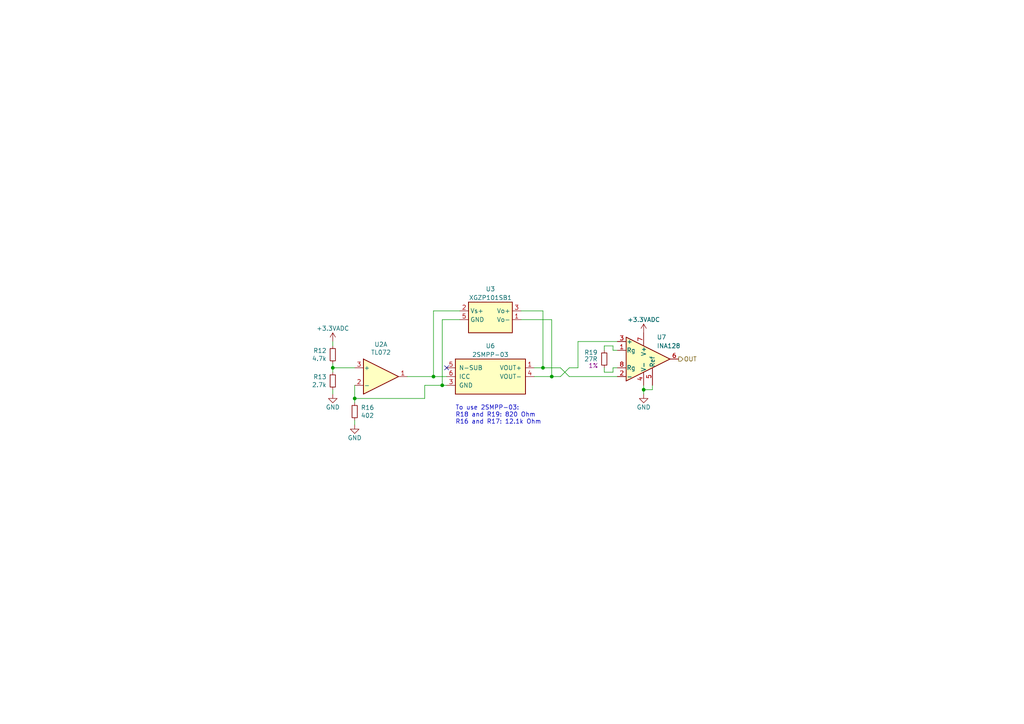
<source format=kicad_sch>
(kicad_sch (version 20211123) (generator eeschema)
  (paper "A4")
  (title_block (date "2022-03-29"))
  (lib_symbols
    (symbol "Amplifier_Instrumentation:INA128" (pin_names (offset 0.127))
      (property "Reference" "U" (at 3.81 3.175 0))
      (property "Value" "INA128" (at 3.81 -3.175 0))
      (symbol "INA128_0_1"
        (polyline (pts (xy 7.62 0) (xy -5.08 6.35) (xy -5.08 -6.35) (xy 7.62 0)) (stroke (width 0.254)) (fill (type background)))
      )
      (symbol "INA128_1_1"
        (pin passive line (at -7.62 2.54 0) (length 2.54) (name "Rg") (number "1"))
        (pin input line (at -7.62 -5.08 0) (length 2.54) (name "-") (number "2"))
        (pin input line (at -7.62 5.08 0) (length 2.54) (name "+") (number "3"))
        (pin power_in line (at 0 -7.62 90) (length 3.81) (name "V-") (number "4"))
        (pin input line (at 2.54 -7.62 90) (length 5.08) (name "Ref") (number "5"))
        (pin output line (at 10.16 0 180) (length 2.54) (name "~") (number "6"))
        (pin power_in line (at 0 7.62 270) (length 3.81) (name "V+") (number "7"))
        (pin passive line (at -7.62 -2.54 0) (length 2.54) (name "Rg") (number "8"))
      )
    )
    (symbol "Amplifier_Operational:TL072" (pin_names (offset 0.127))
      (property "Reference" "U" (at 0 5.08 0))
      (property "Value" "TL072" (at 0 -5.08 0))
      (symbol "TL072_1_1"
        (polyline (pts (xy -5.08 5.08) (xy 5.08 0) (xy -5.08 -5.08) (xy -5.08 5.08)) (stroke (width 0.254)) (fill (type background)))
        (pin output line (at 7.62 0 180) (length 2.54) (name "~") (number "1"))
        (pin input line (at -7.62 -2.54 0) (length 2.54) (name "-") (number "2"))
        (pin input line (at -7.62 2.54 0) (length 2.54) (name "+") (number "3"))
      )
      (symbol "TL072_2_1"
        (polyline (pts (xy -5.08 5.08) (xy 5.08 0) (xy -5.08 -5.08) (xy -5.08 5.08)) (stroke (width 0.254)) (fill (type background)))
        (pin input line (at -7.62 2.54 0) (length 2.54) (name "+") (number "5"))
        (pin input line (at -7.62 -2.54 0) (length 2.54) (name "-") (number "6"))
        (pin output line (at 7.62 0 180) (length 2.54) (name "~") (number "7"))
      )
      (symbol "TL072_3_1"
        (pin power_in line (at -2.54 -7.62 90) (length 3.81) (name "V-") (number "4"))
        (pin power_in line (at -2.54 7.62 270) (length 3.81) (name "V+") (number "8"))
      )
    )
    (symbol "Device:R_Small" (pin_numbers hide) (pin_names (offset 0.254) hide)
      (property "Reference" "R" (at 0.762 0.508 0))
      (property "Value" "R_Small" (at 0.762 -1.016 0))
      (symbol "R_Small_0_1"
        (rectangle (start -0.762 1.778) (end 0.762 -1.778) (stroke (width 0.2032)))
      )
      (symbol "R_Small_1_1"
        (pin passive line (at 0 2.54 270) (length 0.762) (name "~") (number "1"))
        (pin passive line (at 0 -2.54 90) (length 0.762) (name "~") (number "2"))
      )
    )
    (symbol "index:2SMPP-03" (pin_names (offset 1.016))
      (property "Reference" "U" (at -8.89 6.35 0))
      (property "Value" "2SMPP-03" (at 5.08 7.62 0))
      (symbol "2SMPP-03_0_1"
        (rectangle (start -10.16 5.08) (end 10.16 -5.08) (stroke (width 0.254)) (fill (type background)))
      )
      (symbol "2SMPP-03_1_1"
        (pin output line (at 12.7 2.54 180) (length 2.54) (name "VOUT+") (number "1"))
        (pin no_connect line (at -10.16 -2.54 0) (length 2.54) hide (name "NC") (number "2"))
        (pin passive line (at -12.7 -2.54 0) (length 2.54) (name "GND") (number "3"))
        (pin output line (at 12.7 0 180) (length 2.54) (name "VOUT-") (number "4"))
        (pin passive line (at -12.7 2.54 0) (length 2.54) (name "N-SUB") (number "5"))
        (pin passive line (at -12.7 0 0) (length 2.54) (name "ICC") (number "6"))
      )
    )
    (symbol "index:XGZP"
      (property "Reference" "U" (at 3.81 -8.89 0))
      (property "Value" "XGZP" (at 5.08 -6.35 0))
      (symbol "XGZP_0_1"
        (rectangle (start -6.35 5.08) (end 6.35 -3.81) (stroke (width 0.254)) (fill (type background)))
      )
      (symbol "XGZP_1_1"
        (pin passive line (at 8.89 0 180) (length 2.54) (name "Vo-") (number "1"))
        (pin input line (at -8.89 2.54 0) (length 2.54) (name "Vs+") (number "2"))
        (pin passive line (at 8.89 2.54 180) (length 2.54) (name "Vo+") (number "3"))
        (pin input line (at -8.89 0 0) (length 2.54) (name "GND") (number "5"))
        (pin passive line (at 8.89 0 180) (length 2.54) hide (name "Vo-") (number "6"))
      )
    )
    (symbol "power:+3.3VADC" (power) (pin_names (offset 0))
      (property "Value" "+3.3VADC" (at 0 2.54 0))
      (symbol "+3.3VADC_0_0"
        (pin power_in line (at 0 0 90) (length 0) hide (name "+3.3VADC") (number "1"))
      )
      (symbol "+3.3VADC_0_1"
        (polyline (pts (xy -0.762 1.27) (xy 0 2.54)))
        (polyline (pts (xy 0 0) (xy 0 2.54)))
        (polyline (pts (xy 0 2.54) (xy 0.762 1.27)))
      )
    )
    (symbol "power:GND" (power) (pin_names (offset 0))
      (property "Value" "GND" (at 0 -3.81 0))
      (symbol "GND_0_1"
        (polyline (pts (xy 0 0) (xy 0 -1.27) (xy 1.27 -1.27) (xy 0 -2.54) (xy -1.27 -1.27) (xy 0 -1.27)))
      )
      (symbol "GND_1_1"
        (pin power_in line (at 0 0 270) (length 0) hide (name "GND") (number "1"))
      )
    )
  )
  (junction (at 128.27 111.76))
  (junction (at 157.48 106.68))
  (junction (at 125.73 109.22))
  (junction (at 102.87 115.57))
  (junction (at 186.69 113.03))
  (junction (at 160.02 109.22))
  (junction (at 96.52 106.68))
  (no_connect (at 129.54 106.68))
  (wire (pts (xy 125.73 90.17) (xy 125.73 109.22)))
  (wire (pts (xy 128.27 92.71) (xy 133.35 92.71)))
  (wire (pts (xy 157.48 106.68) (xy 154.94 106.68)))
  (wire (pts (xy 177.8 106.68) (xy 179.07 106.68)))
  (wire (pts (xy 175.26 100.33) (xy 175.26 101.6)))
  (wire (pts (xy 118.11 109.22) (xy 125.73 109.22)))
  (wire (pts (xy 175.26 107.95) (xy 177.8 107.95)))
  (wire (pts (xy 179.07 101.6) (xy 177.8 101.6)))
  (wire (pts (xy 102.87 115.57) (xy 123.19 115.57)))
  (wire (pts (xy 167.64 106.68) (xy 167.64 99.06)))
  (wire (pts (xy 96.52 113.03) (xy 96.52 114.3)))
  (wire (pts (xy 128.27 111.76) (xy 129.54 111.76)))
  (wire (pts (xy 162.56 109.22) (xy 165.1 106.68)))
  (wire (pts (xy 165.1 106.68) (xy 167.64 106.68)))
  (wire (pts (xy 96.52 105.41) (xy 96.52 106.68)))
  (wire (pts (xy 102.87 121.92) (xy 102.87 123.19)))
  (wire (pts (xy 157.48 90.17) (xy 157.48 106.68)))
  (wire (pts (xy 177.8 101.6) (xy 177.8 100.33)))
  (wire (pts (xy 186.69 113.03) (xy 186.69 114.3)))
  (wire (pts (xy 177.8 107.95) (xy 177.8 106.68)))
  (wire (pts (xy 96.52 99.06) (xy 96.52 100.33)))
  (wire (pts (xy 128.27 92.71) (xy 128.27 111.76)))
  (wire (pts (xy 151.13 90.17) (xy 157.48 90.17)))
  (wire (pts (xy 125.73 90.17) (xy 133.35 90.17)))
  (wire (pts (xy 96.52 106.68) (xy 96.52 107.95)))
  (wire (pts (xy 160.02 92.71) (xy 151.13 92.71)))
  (wire (pts (xy 162.56 106.68) (xy 165.1 109.22)))
  (wire (pts (xy 165.1 109.22) (xy 179.07 109.22)))
  (wire (pts (xy 175.26 106.68) (xy 175.26 107.95)))
  (wire (pts (xy 189.23 113.03) (xy 186.69 113.03)))
  (wire (pts (xy 189.23 111.76) (xy 189.23 113.03)))
  (wire (pts (xy 160.02 109.22) (xy 160.02 92.71)))
  (wire (pts (xy 102.87 115.57) (xy 102.87 116.84)))
  (wire (pts (xy 154.94 109.22) (xy 160.02 109.22)))
  (wire (pts (xy 167.64 99.06) (xy 179.07 99.06)))
  (wire (pts (xy 96.52 106.68) (xy 102.87 106.68)))
  (wire (pts (xy 157.48 106.68) (xy 162.56 106.68)))
  (wire (pts (xy 175.26 100.33) (xy 177.8 100.33)))
  (wire (pts (xy 123.19 111.76) (xy 123.19 115.57)))
  (wire (pts (xy 186.69 111.76) (xy 186.69 113.03)))
  (wire (pts (xy 128.27 111.76) (xy 123.19 111.76)))
  (wire (pts (xy 102.87 111.76) (xy 102.87 115.57)))
  (wire (pts (xy 160.02 109.22) (xy 162.56 109.22)))
  (wire (pts (xy 125.73 109.22) (xy 129.54 109.22)))
  (text "To use 2SMPP-03:\nR18 and R19: 820 Ohm\nR16 and R17: 12.1k Ohm" (at 132.08 123.19 0) (effects (font (size 1.27 1.27)) (justify left bottom)))
  (hierarchical_label "OUT" (shape output) (at 196.85 104.14 0))
  (symbol (lib_id "power:GND") (at 96.52 114.3 0)
    (property "Reference" "#PWR0240" (effects hide))
    (property "Value" "GND" (at 96.52 118.11 0))
  )
  (symbol (lib_id "power:+3.3VADC") (at 96.52 99.06 0)
    (property "Reference" "#PWR0241" (effects hide))
    (property "Value" "+3.3VADC" (at 96.52 95.25 0))
  )
  (symbol (lib_id "Device:R_Small") (at 102.87 119.38 0)
    (property "Reference" "R16" (at 104.648 118.2116 0) (effects (justify left)))
    (property "Value" "402" (at 104.648 120.523 0) (effects (justify left)))
    (property "Footprint" "Resistor_SMD:R_0805_2012Metric" (effects hide))
    (property "LCSC" "C204479" (effects hide))
    (property "Notes" "1%" (effects hide))
    (property "2SMPP:Digikey" "TBD" (effects hide))
    (property "2SMPP:JLCPCB" "TBD" (effects hide))
    (property "2SMPP:LCSC" "TBD" (effects hide))
    (property "2SMPP:Mouser" "TBD" (effects hide))
    (property "2SMPP:Value" "12.1k" (effects hide))
  )
  (symbol (lib_id "index:2SMPP-03") (at 142.24 109.22 0)
    (property "Reference" "U6" (at 142.24 100.33 0))
    (property "Value" "2SMPP-03" (at 142.24 102.87 0))
    (property "Footprint" "index:2SMPP-03" (effects hide))
    (property "Datasheet" "https://omronfs.omron.com/en_US/ecb/products/pdf/en-2smpp-03.pdf" (effects hide))
    (property "Mouser" "653-2SMPP-03" (effects hide))
    (property "Config" "+2SMPP" (effects hide))
    (property "Digikey" "Z3639-ND" (effects hide))
  )
  (symbol (lib_id "Device:R_Small") (at 96.52 110.49 0) (mirror y)
    (property "Reference" "R13" (at 94.742 109.3216 0) (effects (justify left)))
    (property "Value" "2.7k" (at 94.742 111.633 0) (effects (justify left)))
    (property "Footprint" "Resistor_SMD:R_0805_2012Metric" (effects hide))
    (property "Digikey" "A129754CT-ND" (effects hide))
    (property "JLCPCB" "C17530" (effects hide))
    (property "LCSC" "C139909" (effects hide))
    (property "Mouser" "652-CR0805FX-2701ELF" (effects hide))
    (property "Notes" "1%" (effects hide))
  )
  (symbol (lib_id "Device:R_Small") (at 175.26 104.14 0) (mirror y)
    (property "Reference" "R19" (at 173.355 102.235 0) (effects (justify left)))
    (property "Value" "27R" (at 173.355 104.14 0) (effects (justify left)))
    (property "Footprint" "Resistor_SMD:R_0805_2012Metric" (effects hide))
    (property "Digikey" "A126357CT-ND" (effects hide))
    (property "JLCPCB" "C104170" (effects hide))
    (property "LCSC" "C104170" (effects hide))
    (property "Mouser" "603-RT0805FRE0727RL" (effects hide))
    (property "Notes" "1%" (at 172.085 106.045 0))
    (property "2SMPP:Value" "820" (effects hide))
    (property "2SMPP:LCSC" "TBD" (effects hide))
    (property "2SMPP:Mouser" "TBD" (effects hide))
    (property "2SMPP:Digikey" "TBD" (effects hide))
    (property "2SMPP:JLCPCB" "TBD" (effects hide))
  )
  (symbol (lib_id "index:XGZP") (at 142.24 92.71 0)
    (property "Reference" "U3" (at 142.24 83.82 0))
    (property "Value" "XGZP101SB1" (at 142.24 86.36 0))
    (property "Footprint" "index:SO-6_7x7mm_P2.54mm" (effects hide))
    (property "Datasheet" "http://m.eleparts.co.kr/data/goods_old/data/XGZP_SOP6.pdf" (effects hide))
    (property "Config" "-2SMPP" (effects hide))
  )
  (symbol (lib_id "power:GND") (at 102.87 123.19 0)
    (property "Reference" "#PWR0239" (effects hide))
    (property "Value" "GND" (at 102.87 127 0))
  )
  (symbol (lib_id "Amplifier_Operational:TL072") (at 110.49 109.22 0)
    (property "Reference" "U2" (at 110.49 99.8982 0))
    (property "Value" "TL072" (at 110.49 102.2096 0))
    (property "Footprint" "Package_SO:SOIC-8_3.9x4.9mm_P1.27mm" (effects hide))
    (property "Datasheet" "http://www.ti.com/lit/ds/symlink/tl071.pdf" (effects hide))
    (property "LCSC" "C6962" (effects hide))
    (property "Digikey" "296-7194-1-ND" (effects hide))
    (property "JLCPCB" "C6962" (effects hide))
    (property "Mouser" "595-TL072IDR" (effects hide))
  )
  (symbol (lib_id "Device:R_Small") (at 96.52 102.87 0) (mirror y)
    (property "Reference" "R12" (at 94.742 101.7016 0) (effects (justify left)))
    (property "Value" "4.7k" (at 94.742 104.013 0) (effects (justify left)))
    (property "Footprint" "Resistor_SMD:R_0805_2012Metric" (effects hide))
    (property "Digikey" "A129757CT-ND" (effects hide))
    (property "JLCPCB" "C17673" (effects hide))
    (property "LCSC" "C17673" (effects hide))
    (property "Mouser" "71-CRCW08054K70FKEAC" (effects hide))
    (property "Notes" "1%" (effects hide))
  )
  (symbol (lib_id "power:+3.3VADC") (at 186.69 96.52 0)
    (property "Reference" "#PWR0242" (effects hide))
    (property "Value" "+3.3VADC" (at 186.69 92.71 0))
  )
  (symbol (lib_id "power:GND") (at 186.69 114.3 0)
    (property "Reference" "#PWR0243" (effects hide))
    (property "Value" "GND" (at 186.69 118.11 0))
  )
  (symbol (lib_id "Amplifier_Instrumentation:INA128") (at 186.69 104.14 0)
    (property "Reference" "U7" (at 190.5 97.79 0) (effects (justify left)))
    (property "Value" "INA128" (at 190.5 100.33 0) (effects (justify left)))
    (property "Footprint" "Package_SO:SOIC-8_3.9x4.9mm_P1.27mm" (effects hide))
    (property "Datasheet" "http://www.ti.com/lit/ds/symlink/ina128.pdf" (effects hide))
    (property "JLCPCB" "C22233" (effects hide))
    (property "LCSC" "C22233" (effects hide))
    (property "Digikey" "296-26057-1-ND" (effects hide))
    (property "Mouser" "595-INA128U/2K5" (effects hide))
  )
)
</source>
